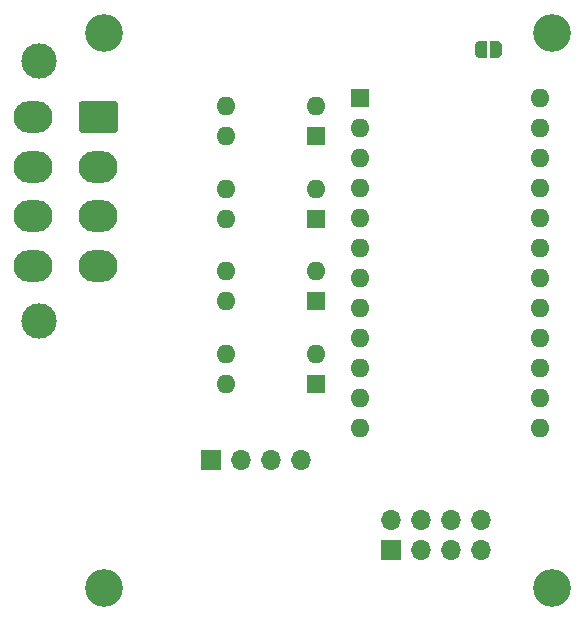
<source format=gbr>
G04 #@! TF.GenerationSoftware,KiCad,Pcbnew,(5.1.9)-1*
G04 #@! TF.CreationDate,2022-08-19T09:55:29-06:00*
G04 #@! TF.ProjectId,ABSIS_PMS,41425349-535f-4504-9d53-2e6b69636164,1*
G04 #@! TF.SameCoordinates,Original*
G04 #@! TF.FileFunction,Soldermask,Top*
G04 #@! TF.FilePolarity,Negative*
%FSLAX46Y46*%
G04 Gerber Fmt 4.6, Leading zero omitted, Abs format (unit mm)*
G04 Created by KiCad (PCBNEW (5.1.9)-1) date 2022-08-19 09:55:29*
%MOMM*%
%LPD*%
G01*
G04 APERTURE LIST*
%ADD10C,3.000000*%
%ADD11O,3.300000X2.700000*%
%ADD12O,1.600000X1.600000*%
%ADD13R,1.600000X1.600000*%
%ADD14O,1.700000X1.700000*%
%ADD15R,1.700000X1.700000*%
%ADD16C,0.100000*%
%ADD17C,3.200000*%
G04 APERTURE END LIST*
D10*
X112325000Y-90200000D03*
X112325000Y-68200000D03*
D11*
X111865000Y-85500000D03*
X111865000Y-81300000D03*
X111865000Y-77100000D03*
X111865000Y-72900000D03*
X117365000Y-85500000D03*
X117365000Y-81300000D03*
X117365000Y-77100000D03*
G36*
G01*
X115965001Y-71550000D02*
X118764999Y-71550000D01*
G75*
G02*
X119015000Y-71800001I0J-250001D01*
G01*
X119015000Y-73999999D01*
G75*
G02*
X118764999Y-74250000I-250001J0D01*
G01*
X115965001Y-74250000D01*
G75*
G02*
X115715000Y-73999999I0J250001D01*
G01*
X115715000Y-71800001D01*
G75*
G02*
X115965001Y-71550000I250001J0D01*
G01*
G37*
D12*
X128160000Y-88521000D03*
X135780000Y-85981000D03*
X128160000Y-85981000D03*
D13*
X135780000Y-88521000D03*
D14*
X149750000Y-106990000D03*
X149750000Y-109530000D03*
X147210000Y-106990000D03*
X147210000Y-109530000D03*
X144670000Y-106990000D03*
X144670000Y-109530000D03*
X142130000Y-106990000D03*
D15*
X142130000Y-109530000D03*
D12*
X128160000Y-95506000D03*
X135780000Y-92966000D03*
X128160000Y-92966000D03*
D13*
X135780000Y-95506000D03*
D12*
X128160000Y-81536000D03*
X135780000Y-78996000D03*
X128160000Y-78996000D03*
D13*
X135780000Y-81536000D03*
D12*
X128160000Y-74551000D03*
X135780000Y-72011000D03*
X128160000Y-72011000D03*
D13*
X135780000Y-74551000D03*
D16*
G36*
X149735000Y-67934398D02*
G01*
X149710466Y-67934398D01*
X149661635Y-67929588D01*
X149613510Y-67920016D01*
X149566555Y-67905772D01*
X149521222Y-67886995D01*
X149477949Y-67863864D01*
X149437150Y-67836604D01*
X149399221Y-67805476D01*
X149364524Y-67770779D01*
X149333396Y-67732850D01*
X149306136Y-67692051D01*
X149283005Y-67648778D01*
X149264228Y-67603445D01*
X149249984Y-67556490D01*
X149240412Y-67508365D01*
X149235602Y-67459534D01*
X149235602Y-67435000D01*
X149235000Y-67435000D01*
X149235000Y-66935000D01*
X149235602Y-66935000D01*
X149235602Y-66910466D01*
X149240412Y-66861635D01*
X149249984Y-66813510D01*
X149264228Y-66766555D01*
X149283005Y-66721222D01*
X149306136Y-66677949D01*
X149333396Y-66637150D01*
X149364524Y-66599221D01*
X149399221Y-66564524D01*
X149437150Y-66533396D01*
X149477949Y-66506136D01*
X149521222Y-66483005D01*
X149566555Y-66464228D01*
X149613510Y-66449984D01*
X149661635Y-66440412D01*
X149710466Y-66435602D01*
X149735000Y-66435602D01*
X149735000Y-66435000D01*
X150235000Y-66435000D01*
X150235000Y-67935000D01*
X149735000Y-67935000D01*
X149735000Y-67934398D01*
G37*
G36*
X150535000Y-66435000D02*
G01*
X151035000Y-66435000D01*
X151035000Y-66435602D01*
X151059534Y-66435602D01*
X151108365Y-66440412D01*
X151156490Y-66449984D01*
X151203445Y-66464228D01*
X151248778Y-66483005D01*
X151292051Y-66506136D01*
X151332850Y-66533396D01*
X151370779Y-66564524D01*
X151405476Y-66599221D01*
X151436604Y-66637150D01*
X151463864Y-66677949D01*
X151486995Y-66721222D01*
X151505772Y-66766555D01*
X151520016Y-66813510D01*
X151529588Y-66861635D01*
X151534398Y-66910466D01*
X151534398Y-66935000D01*
X151535000Y-66935000D01*
X151535000Y-67435000D01*
X151534398Y-67435000D01*
X151534398Y-67459534D01*
X151529588Y-67508365D01*
X151520016Y-67556490D01*
X151505772Y-67603445D01*
X151486995Y-67648778D01*
X151463864Y-67692051D01*
X151436604Y-67732850D01*
X151405476Y-67770779D01*
X151370779Y-67805476D01*
X151332850Y-67836604D01*
X151292051Y-67863864D01*
X151248778Y-67886995D01*
X151203445Y-67905772D01*
X151156490Y-67920016D01*
X151108365Y-67929588D01*
X151059534Y-67934398D01*
X151035000Y-67934398D01*
X151035000Y-67935000D01*
X150535000Y-67935000D01*
X150535000Y-66435000D01*
G37*
D14*
X134510000Y-101910000D03*
X131970000Y-101910000D03*
X129430000Y-101910000D03*
D15*
X126890000Y-101910000D03*
D12*
X154787600Y-71323200D03*
X139547600Y-99263200D03*
X154787600Y-73863200D03*
X139547600Y-96723200D03*
X154787600Y-76403200D03*
X139547600Y-94183200D03*
X154787600Y-78943200D03*
X139547600Y-91643200D03*
X154787600Y-81483200D03*
X139547600Y-89103200D03*
X154787600Y-84023200D03*
X139547600Y-86563200D03*
X154787600Y-86563200D03*
X139547600Y-84023200D03*
X154787600Y-89103200D03*
X139547600Y-81483200D03*
X154787600Y-91643200D03*
X139547600Y-78943200D03*
X154787600Y-94183200D03*
X139547600Y-76403200D03*
X154787600Y-96723200D03*
X139547600Y-73863200D03*
X154787600Y-99263200D03*
D13*
X139547600Y-71323200D03*
D17*
X155810000Y-112810000D03*
X117810000Y-112810000D03*
X155810000Y-65810000D03*
X117810000Y-65810000D03*
M02*

</source>
